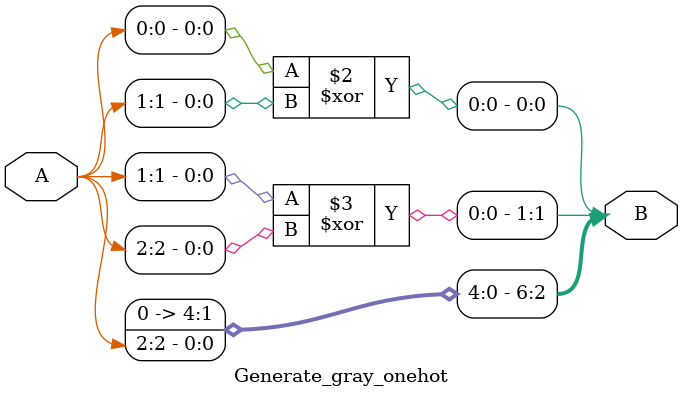
<source format=v>
module Generate_gray_onehot (A,B);
 parameter USE_GRAY = 1;  //Default value of USE_GRAY
 input  [2:0]A;
 output reg [6:0]B;

 always @(*) begin
    if(USE_GRAY==1)begin
      B[0]  = A[0]^A[1];
      B[1]  = A[1]^A[2];
      B[2]  = A[2];
      B[6:3]= 0;
    end
    else begin
      B[6:0]=0;  //Default equals zero
      case (A)
        0 : B[0]=0;
        1 : B[0]=1;
        2 : B[1]=1;
        3 : B[2]=1;
        4 : B[3]=1;
        5 : B[4]=1;
        6 : B[5]=1;
        7 : B[6]=1;
      endcase 
    end
 end

endmodule //Generate_gray_onehot
</source>
